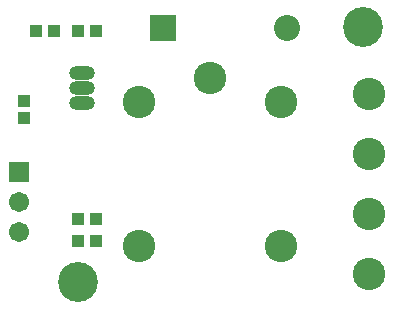
<source format=gts>
%FSLAX25Y25*%
%MOIN*%
G70*
G01*
G75*
G04 Layer_Color=8388736*
%ADD10R,0.03543X0.03150*%
%ADD11R,0.03150X0.03543*%
%ADD12C,0.02500*%
%ADD13O,0.07874X0.03937*%
%ADD14O,0.07874X0.03937*%
%ADD15C,0.10000*%
%ADD16C,0.07874*%
%ADD17R,0.07874X0.07874*%
%ADD18C,0.12500*%
%ADD19R,0.05906X0.05906*%
%ADD20C,0.05906*%
%ADD21C,0.00984*%
%ADD22C,0.00787*%
%ADD23C,0.01000*%
%ADD24R,0.03150X0.11024*%
%ADD25R,0.04343X0.03950*%
%ADD26R,0.03950X0.04343*%
%ADD27O,0.08674X0.04737*%
%ADD28O,0.08674X0.04737*%
%ADD29C,0.10800*%
%ADD30C,0.08674*%
%ADD31R,0.08674X0.08674*%
%ADD32C,0.13300*%
%ADD33R,0.06706X0.06706*%
%ADD34C,0.06706*%
D25*
X341000Y296354D02*
D03*
Y290646D02*
D03*
D26*
X345146Y319500D02*
D03*
X350854D02*
D03*
X364854D02*
D03*
X359146D02*
D03*
X364854Y249500D02*
D03*
X359146D02*
D03*
Y257000D02*
D03*
X364854D02*
D03*
D27*
X360500Y305500D02*
D03*
Y295500D02*
D03*
D28*
Y300500D02*
D03*
D29*
X456000Y278500D02*
D03*
Y298500D02*
D03*
Y238500D02*
D03*
Y258500D02*
D03*
X379500Y247969D02*
D03*
X426744D02*
D03*
X403122Y303874D02*
D03*
X426744Y296000D02*
D03*
X379500D02*
D03*
D30*
X428590Y320500D02*
D03*
D31*
X387409D02*
D03*
D32*
X359000Y236000D02*
D03*
X454000Y321000D02*
D03*
D33*
X339500Y272500D02*
D03*
D34*
Y262500D02*
D03*
Y252500D02*
D03*
M02*

</source>
